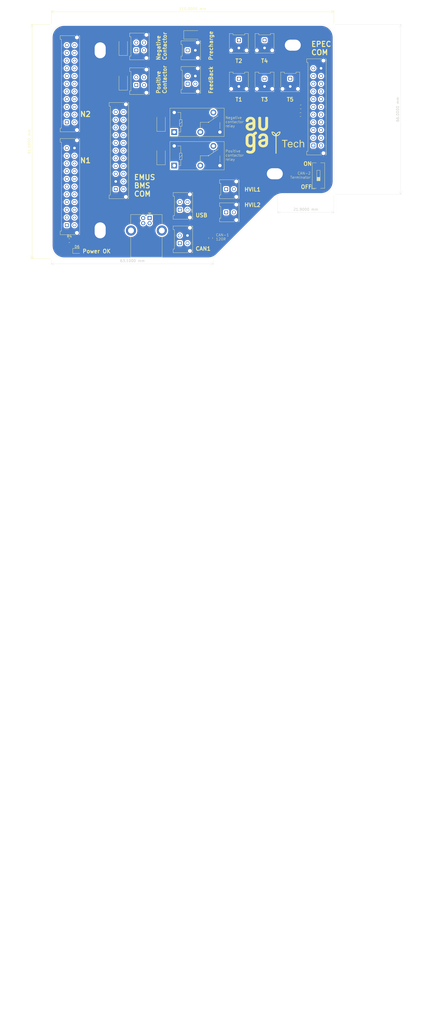
<source format=kicad_pcb>
(kicad_pcb (version 20240108) (generator "pcbnew") (generator_version "8.0")
  (title_block (title "HV battery comunication distribution board") (date "2024-05-22") (rev "A") (company "Darius Vaitiekus") (comment 1 "AUGA Tech"))
  (layers (0 "F.Cu" signal) (31 "B.Cu" signal) (34 "B.Paste" user) (35 "F.Paste" user) (36 "B.SilkS" user "B.Silkscreen") (37 "F.SilkS" user "F.Silkscreen") (38 "B.Mask" user) (39 "F.Mask" user) (44 "Edge.Cuts" user))
  (net 0 "")
  (net 1 "/IGN")
  (net 11 "/Temp_4")
  (net 12 "/POS_CONT")
  (net 13 "/NEG_CONT")
  (net 14 "/CAN_2H")
  (net 15 "/Temp_3")
  (net 16 "/Temp_2")
  (net 17 "/CONT")
  (net 18 "/POS_FB")
  (net 19 "/CAN_2L")
  (net 20 "/CAN_1L")
  (net 21 "+12V")
  (net 22 "/Temp_5")
  (net 23 "/HV_FB")
  (net 24 "/Temp_1")
  (net 25 "/CAN_1H")
  (net 26 "GND")
  (net 27 "/PRECHARGE")
  (net 28 "/NEG_FB")
  (net 34 "/CONT_PWR")
  (net 42 "/HVIL_IN")
  (net 44 "/USB_GND")
  (net 45 "/HVIL_OUT")
  (net 58 "/USB_D-")
  (net 65 "/USB_D+")
  (net 66 "/POS_PWR")
  (net 67 "/FB_IN")
  (net 68 "/NEG_PWR")
  (net 69 "Net-(J7-Pin_19)")
  (net 74 "/USB_POW")
  (net 78 "Net-(J13-Pin_1)")
  (net 79 "Net-(R2-Pad1)")
  (net 82 "Net-(D6-A)")
  (footprint "Connector_Molex:Molex_Micro-Fit_3.0_43045-2212_2x11_P3.00mm_Vertical" (layer "F.Cu") (at 86 93 90)
    (property "Reference" "J6" (hide yes))
    (property "Value" "Data N2")
    (pad "" np_thru_hole circle (at -3 3.94 90) (size 1.02 1.02) (drill 1.02) (layers "*.Cu" "*.Mask"))
    (pad "" np_thru_hole circle (at 33 3.94 90) (size 1.02 1.02) (drill 1.02) (layers "*.Cu" "*.Mask"))
    (pad "1" thru_hole roundrect (at 0 0 90) (size 1.5 1.5) (drill 1.02) (layers "*.Cu" "*.Mask") (roundrect_rratio 0.166667) (net 21 "+12V"))
    (pad "2" thru_hole circle (at 3 0 90) (size 1.5 1.5) (drill 1.02) (layers "*.Cu" "*.Mask") (net 34 "/CONT_PWR"))
    (pad "3" thru_hole circle (at 6 0 90) (size 1.5 1.5) (drill 1.02) (layers "*.Cu" "*.Mask"))
    (pad "4" thru_hole circle (at 9 0 90) (size 1.5 1.5) (drill 1.02) (layers "*.Cu" "*.Mask"))
    (pad "5" thru_hole circle (at 12 0 90) (size 1.5 1.5) (drill 1.02) (layers "*.Cu" "*.Mask"))
    (pad "6" thru_hole circle (at 15 0 90) (size 1.5 1.5) (drill 1.02) (layers "*.Cu" "*.Mask"))
    (pad "7" thru_hole circle (at 18 0 90) (size 1.5 1.5) (drill 1.02) (layers "*.Cu" "*.Mask"))
    (pad "8" thru_hole circle (at 21 0 90) (size 1.5 1.5) (drill 1.02) (layers "*.Cu" "*.Mask"))
    (pad "9" thru_hole circle (at 24 0 90) (size 1.5 1.5) (drill 1.02) (layers "*.Cu" "*.Mask"))
    (pad "10" thru_hole circle (at 27 0 90) (size 1.5 1.5) (drill 1.02) (layers "*.Cu" "*.Mask"))
    (pad "11" thru_hole circle (at 30 0 90) (size 1.5 1.5) (drill 1.02) (layers "*.Cu" "*.Mask"))
    (pad "12" thru_hole circle (at 0 3 90) (size 1.5 1.5) (drill 1.02) (layers "*.Cu" "*.Mask"))
    (pad "13" thru_hole circle (at 3 3 90) (size 1.5 1.5) (drill 1.02) (layers "*.Cu" "*.Mask"))
    (pad "14" thru_hole circle (at 6 3 90) (size 1.5 1.5) (drill 1.02) (layers "*.Cu" "*.Mask"))
    (pad "15" thru_hole circle (at 9 3 90) (size 1.5 1.5) (drill 1.02) (layers "*.Cu" "*.Mask"))
    (pad "16" thru_hole circle (at 12 3 90) (size 1.5 1.5) (drill 1.02) (layers "*.Cu" "*.Mask"))
    (pad "17" thru_hole circle (at 15 3 90) (size 1.5 1.5) (drill 1.02) (layers "*.Cu" "*.Mask"))
    (pad "18" thru_hole circle (at 18 3 90) (size 1.5 1.5) (drill 1.02) (layers "*.Cu" "*.Mask"))
    (pad "19" thru_hole circle (at 21 3 90) (size 1.5 1.5) (drill 1.02) (layers "*.Cu" "*.Mask") (net 42 "/HVIL_IN"))
    (pad "20" thru_hole circle (at 24 3 90) (size 1.5 1.5) (drill 1.02) (layers "*.Cu" "*.Mask") (net 45 "/HVIL_OUT"))
    (pad "21" thru_hole circle (at 27 3 90) (size 1.5 1.5) (drill 1.02) (layers "*.Cu" "*.Mask"))
    (pad "22" thru_hole circle (at 30 3 90) (size 1.5 1.5) (drill 1.02) (layers "*.Cu" "*.Mask"))
  )
  (footprint "0_user_lib:AUGA-Tech-footprint" (layer "F.Cu") (at 167 98)
    (property "Reference" "G1" (hide yes))
    (property "Value" "AUGA-Tech-LOGO" (hide yes))
  )
  (footprint "Resistor_SMD:R_0805_2012Metric" (layer "F.Cu") (at 177.0875 87 180)
    (property "Reference" "R3" (hide yes))
    (property "Value" "10k")
    (pad "1" smd roundrect (at -0.9125 0 180) (size 1.025 1.4) (layers "F.Cu" "F.Paste" "F.Mask") (roundrect_rratio 0.243902) (net 1 "/IGN"))
    (pad "2" smd roundrect (at 0.9125 0 180) (size 1.025 1.4) (layers "F.Cu" "F.Paste" "F.Mask") (roundrect_rratio 0.243902) (net 69 "Net-(J7-Pin_19)"))
  )
  (footprint "Connector_Molex:Molex_Micro-Fit_3.0_43045-0212_2x01_P3.00mm_Vertical" (layer "F.Cu") (at 163 61.08)
    (property "Reference" "J12" (hide yes))
    (property "Value" "T4")
    (pad "" np_thru_hole circle (at -3 3.94) (size 1.02 1.02) (drill 1.02) (layers "*.Cu" "*.Mask"))
    (pad "" np_thru_hole circle (at 3 3.94) (size 1.02 1.02) (drill 1.02) (layers "*.Cu" "*.Mask"))
    (pad "1" thru_hole roundrect (at 0 0) (size 1.5 1.5) (drill 1.02) (layers "*.Cu" "*.Mask") (roundrect_rratio 0.166667) (net 11 "/Temp_4"))
    (pad "2" thru_hole circle (at 0 3) (size 1.5 1.5) (drill 1.02) (layers "*.Cu" "*.Mask") (net 26 "GND"))
  )
  (footprint "Diode_SMD:D_SMA" (layer "F.Cu") (at 107.98 77 90)
    (property "Reference" "D1" (hide yes))
    (property "Value" "1N4007")
    (pad "1" smd roundrect (at -2 0 90) (size 2.5 1.8) (layers "F.Cu" "F.Paste" "F.Mask") (roundrect_rratio 0.1388888889) (net 34 "/CONT_PWR"))
    (pad "2" smd roundrect (at 2 0 90) (size 2.5 1.8) (layers "F.Cu" "F.Paste" "F.Mask") (roundrect_rratio 0.1388888889) (net 66 "/POS_PWR"))
  )
  (footprint "MountingHole:MountingHole_4.3x6.2mm_M4_Pad" (layer "F.Cu") (at 99 65 90)
    (property "Reference" "H2" (hide yes))
    (property "Value" "M4 Mounting hole")
    (pad "1" thru_hole oval (at 0 0 90) (size 10.4 8.6) (drill oval 6.2 4.3) (layers "*.Cu" "*.Mask") (net 26 "GND"))
  )
  (footprint "Resistor_SMD:R_0805_2012Metric" (layer "F.Cu") (at 142 138 -90)
    (property "Reference" "R1" (hide yes))
    (property "Value" "120R")
    (pad "1" smd roundrect (at -0.9125 0 270) (size 1.025 1.4) (layers "F.Cu" "F.Paste" "F.Mask") (roundrect_rratio 0.243902) (net 25 "/CAN_1H"))
    (pad "2" smd roundrect (at 0.9125 0 270) (size 1.025 1.4) (layers "F.Cu" "F.Paste" "F.Mask") (roundrect_rratio 0.243902) (net 20 "/CAN_1L"))
  )
  (footprint "LED_SMD:LED_0805_2012Metric" (layer "F.Cu") (at 90 143)
    (property "Reference" "D6" (at 0 -1.65 0) (layer "F.SilkS"))
    (property "Value" "Power OK")
    (pad "1" smd roundrect (at -0.9375 0) (size 0.975 1.4) (layers "F.Cu" "F.Paste" "F.Mask") (net 26 "GND"))
    (pad "2" smd roundrect (at 0.9375 0) (size 0.975 1.4) (layers "F.Cu" "F.Paste" "F.Mask") (net 82 "Net-(D6-A)"))
  )
  (footprint "Connector_Molex:Molex_Micro-Fit_3.0_43045-2212_2x11_P3.00mm_Vertical" (layer "F.Cu") (at 86 133 90)
    (property "Reference" "J3" (hide yes))
    (property "Value" "Data N1")
    (pad "" np_thru_hole circle (at -3 3.94 90) (size 1.02 1.02) (drill 1.02) (layers "*.Cu" "*.Mask"))
    (pad "" np_thru_hole circle (at 33 3.94 90) (size 1.02 1.02) (drill 1.02) (layers "*.Cu" "*.Mask"))
    (pad "1" thru_hole roundrect (at 0 0 90) (size 1.5 1.5) (drill 1.02) (layers "*.Cu" "*.Mask") (roundrect_rratio 0.166667) (net 21 "+12V"))
    (pad "2" thru_hole circle (at 3 0 90) (size 1.5 1.5) (drill 1.02) (layers "*.Cu" "*.Mask") (net 34 "/CONT_PWR"))
    (pad "3" thru_hole circle (at 6 0 90) (size 1.5 1.5) (drill 1.02) (layers "*.Cu" "*.Mask") (net 25 "/CAN_1H"))
    (pad "4" thru_hole circle (at 9 0 90) (size 1.5 1.5) (drill 1.02) (layers "*.Cu" "*.Mask") (net 20 "/CAN_1L"))
    (pad "5" thru_hole circle (at 12 0 90) (size 1.5 1.5) (drill 1.02) (layers "*.Cu" "*.Mask"))
    (pad "6" thru_hole circle (at 15 0 90) (size 1.5 1.5) (drill 1.02) (layers "*.Cu" "*.Mask") (net 14 "/CAN_2H"))
    (pad "7" thru_hole circle (at 18 0 90) (size 1.5 1.5) (drill 1.02) (layers "*.Cu" "*.Mask") (net 19 "/CAN_2L"))
    (pad "8" thru_hole circle (at 21 0 90) (size 1.5 1.5) (drill 1.02) (layers "*.Cu" "*.Mask"))
    (pad "9" thru_hole circle (at 24 0 90) (size 1.5 1.5) (drill 1.02) (layers "*.Cu" "*.Mask"))
    (pad "10" thru_hole circle (at 27 0 90) (size 1.5 1.5) (drill 1.02) (layers "*.Cu" "*.Mask"))
    (pad "11" thru_hole circle (at 30 0 90) (size 1.5 1.5) (drill 1.02) (layers "*.Cu" "*.Mask"))
    (pad "12" thru_hole circle (at 0 3 90) (size 1.5 1.5) (drill 1.02) (layers "*.Cu" "*.Mask"))
    (pad "13" thru_hole circle (at 3 3 90) (size 1.5 1.5) (drill 1.02) (layers "*.Cu" "*.Mask"))
    (pad "14" thru_hole circle (at 6 3 90) (size 1.5 1.5) (drill 1.02) (layers "*.Cu" "*.Mask"))
    (pad "15" thru_hole circle (at 9 3 90) (size 1.5 1.5) (drill 1.02) (layers "*.Cu" "*.Mask"))
    (pad "16" thru_hole circle (at 12 3 90) (size 1.5 1.5) (drill 1.02) (layers "*.Cu" "*.Mask"))
    (pad "17" thru_hole circle (at 15 3 90) (size 1.5 1.5) (drill 1.02) (layers "*.Cu" "*.Mask"))
    (pad "18" thru_hole circle (at 18 3 90) (size 1.5 1.5) (drill 1.02) (layers "*.Cu" "*.Mask"))
    (pad "19" thru_hole circle (at 21 3 90) (size 1.5 1.5) (drill 1.02) (layers "*.Cu" "*.Mask") (net 42 "/HVIL_IN"))
    (pad "20" thru_hole circle (at 24 3 90) (size 1.5 1.5) (drill 1.02) (layers "*.Cu" "*.Mask") (net 45 "/HVIL_OUT"))
    (pad "21" thru_hole circle (at 27 3 90) (size 1.5 1.5) (drill 1.02) (layers "*.Cu" "*.Mask"))
    (pad "22" thru_hole circle (at 30 3 90) (size 1.5 1.5) (drill 1.02) (layers "*.Cu" "*.Mask") (net 26 "GND"))
  )
  (footprint "Diode_SMD:D_SMA" (layer "F.Cu") (at 135.06 59)
    (property "Reference" "D5" (hide yes))
    (property "Value" "1N4007")
    (pad "1" smd roundrect (at -2 0) (size 2.5 1.8) (layers "F.Cu" "F.Paste" "F.Mask") (roundrect_rratio 0.1388888889) (net 27 "/PRECHARGE"))
    (pad "2" smd roundrect (at 2 0) (size 2.5 1.8) (layers "F.Cu" "F.Paste" "F.Mask") (roundrect_rratio 0.1388888889) (net 26 "GND"))
  )
  (footprint "MountingHole:MountingHole_4.3x6.2mm_M4_Pad" (layer "F.Cu") (at 167 113 180)
    (property "Reference" "H3" (hide yes))
    (property "Value" "M4 Mounting hole")
    (pad "1" thru_hole oval (at 0 0 180) (size 10.4 8.6) (drill oval 6.2 4.3) (layers "*.Cu" "*.Mask") (net 26 "GND"))
  )
  (footprint "Connector_Molex:Molex_Micro-Fit_3.0_43045-0212_2x01_P3.00mm_Vertical" (layer "F.Cu") (at 173 76.06)
    (property "Reference" "J15" (hide yes))
    (property "Value" "T5")
    (pad "" np_thru_hole circle (at -3 3.94) (size 1.02 1.02) (drill 1.02) (layers "*.Cu" "*.Mask"))
    (pad "" np_thru_hole circle (at 3 3.94) (size 1.02 1.02) (drill 1.02) (layers "*.Cu" "*.Mask"))
    (pad "1" thru_hole roundrect (at 0 0) (size 1.5 1.5) (drill 1.02) (layers "*.Cu" "*.Mask") (roundrect_rratio 0.166667) (net 22 "/Temp_5"))
    (pad "2" thru_hole circle (at 0 3) (size 1.5 1.5) (drill 1.02) (layers "*.Cu" "*.Mask") (net 26 "GND"))
  )
  (footprint "Connector_Molex:Molex_Micro-Fit_3.0_43045-0212_2x01_P3.00mm_Vertical" (layer "F.Cu") (at 153 76.06)
    (property "Reference" "J9" (hide yes))
    (property "Value" "T1")
    (pad "" np_thru_hole circle (at -3 3.94) (size 1.02 1.02) (drill 1.02) (layers "*.Cu" "*.Mask"))
    (pad "" np_thru_hole circle (at 3 3.94) (size 1.02 1.02) (drill 1.02) (layers "*.Cu" "*.Mask"))
    (pad "1" thru_hole roundrect (at 0 0) (size 1.5 1.5) (drill 1.02) (layers "*.Cu" "*.Mask") (roundrect_rratio 0.166667) (net 24 "/Temp_1"))
    (pad "2" thru_hole circle (at 0 3) (size 1.5 1.5) (drill 1.02) (layers "*.Cu" "*.Mask") (net 26 "GND"))
  )
  (footprint "MountingHole:MountingHole_4.3x6.2mm_M4_Pad" (layer "F.Cu") (at 99 135 90)
    (property "Reference" "H1" (hide yes))
    (property "Value" "M4 Mounting hole")
    (pad "1" thru_hole oval (at 0 0 90) (size 10.4 8.6) (drill oval 6.2 4.3) (layers "*.Cu" "*.Mask") (net 26 "GND"))
  )
  (footprint "Relay_THT:Relay_SPDT_Omron-G5Q-1" (layer "F.Cu") (at 127.84 96.8)
    (property "Reference" "K2" (hide yes))
    (property "Value" "Relay_SPDT")
    (pad "1" thru_hole rect (at 0 0 180) (size 2.3 2.3) (drill 1.3) (layers "*.Cu" "*.Mask") (net 13 "/NEG_CONT"))
    (pad "2" thru_hole circle (at 10.16 0 180) (size 2.3 2.3) (drill 1.3) (layers "*.Cu" "*.Mask") (net 68 "/NEG_PWR"))
    (pad "3" thru_hole circle (at 17.78 0 180) (size 2.3 2.3) (drill 1.3) (layers "*.Cu" "*.Mask") (net 26 "GND"))
    (pad "4" thru_hole circle (at 15.24 -7.62 180) (size 2.3 2.3) (drill 1.3) (layers "*.Cu" "*.Mask"))
    (pad "5" thru_hole circle (at 0 -7.62 180) (size 2.3 2.3) (drill 1.3) (layers "*.Cu" "*.Mask") (net 26 "GND"))
  )
  (footprint "Connector_Molex:Molex_Micro-Fit_3.0_43045-2212_2x11_P3.00mm_Vertical" (layer "F.Cu") (at 182 102 90)
    (property "Reference" "J2" (hide yes))
    (property "Value" "EPEC_COM")
    (pad "" np_thru_hole circle (at -3 3.94 90) (size 1.02 1.02) (drill 1.02) (layers "*.Cu" "*.Mask"))
    (pad "" np_thru_hole circle (at 33 3.94 90) (size 1.02 1.02) (drill 1.02) (layers "*.Cu" "*.Mask"))
    (pad "1" thru_hole roundrect (at 0 0 90) (size 1.5 1.5) (drill 1.02) (layers "*.Cu" "*.Mask") (roundrect_rratio 0.166667) (net 21 "+12V"))
    (pad "2" thru_hole circle (at 3 0 90) (size 1.5 1.5) (drill 1.02) (layers "*.Cu" "*.Mask") (net 25 "/CAN_1H"))
    (pad "3" thru_hole circle (at 6 0 90) (size 1.5 1.5) (drill 1.02) (layers "*.Cu" "*.Mask") (net 20 "/CAN_1L"))
    (pad "4" thru_hole circle (at 9 0 90) (size 1.5 1.5) (drill 1.02) (layers "*.Cu" "*.Mask") (net 14 "/CAN_2H"))
    (pad "5" thru_hole circle (at 12 0 90) (size 1.5 1.5) (drill 1.02) (layers "*.Cu" "*.Mask") (net 19 "/CAN_2L"))
    (pad "6" thru_hole circle (at 15 0 90) (size 1.5 1.5) (drill 1.02) (layers "*.Cu" "*.Mask") (net 1 "/IGN"))
    (pad "7" thru_hole circle (at 18 0 90) (size 1.5 1.5) (drill 1.02) (layers "*.Cu" "*.Mask") (net 17 "/CONT"))
    (pad "8" thru_hole circle (at 21 0 90) (size 1.5 1.5) (drill 1.02) (layers "*.Cu" "*.Mask") (net 12 "/POS_CONT"))
    (pad "9" thru_hole circle (at 24 0 90) (size 1.5 1.5) (drill 1.02) (layers "*.Cu" "*.Mask") (net 13 "/NEG_CONT"))
    (pad "10" thru_hole circle (at 27 0 90) (size 1.5 1.5) (drill 1.02) (layers "*.Cu" "*.Mask") (net 27 "/PRECHARGE"))
    (pad "11" thru_hole circle (at 30 0 90) (size 1.5 1.5) (drill 1.02) (layers "*.Cu" "*.Mask") (net 18 "/POS_FB"))
    (pad "12" thru_hole circle (at 0 3 90) (size 1.5 1.5) (drill 1.02) (layers "*.Cu" "*.Mask") (net 28 "/NEG_FB"))
    (pad "13" thru_hole circle (at 3 3 90) (size 1.5 1.5) (drill 1.02) (layers "*.Cu" "*.Mask") (net 23 "/HV_FB"))
    (pad "14" thru_hole circle (at 6 3 90) (size 1.5 1.5) (drill 1.02) (layers "*.Cu" "*.Mask"))
    (pad "15" thru_hole circle (at 9 3 90) (size 1.5 1.5) (drill 1.02) (layers "*.Cu" "*.Mask"))
    (pad "16" thru_hole circle (at 12 3 90) (size 1.5 1.5) (drill 1.02) (layers "*.Cu" "*.Mask"))
    (pad "17" thru_hole circle (at 15 3 90) (size 1.5 1.5) (drill 1.02) (layers "*.Cu" "*.Mask") (net 24 "/Temp_1"))
    (pad "18" thru_hole circle (at 18 3 90) (size 1.5 1.5) (drill 1.02) (layers "*.Cu" "*.Mask") (net 16 "/Temp_2"))
    (pad "19" thru_hole circle (at 21 3 90) (size 1.5 1.5) (drill 1.02) (layers "*.Cu" "*.Mask") (net 15 "/Temp_3"))
    (pad "20" thru_hole circle (at 24 3 90) (size 1.5 1.5) (drill 1.02) (layers "*.Cu" "*.Mask") (net 11 "/Temp_4"))
    (pad "21" thru_hole circle (at 27 3 90) (size 1.5 1.5) (drill 1.02) (layers "*.Cu" "*.Mask") (net 22 "/Temp_5"))
    (pad "22" thru_hole circle (at 30 3 90) (size 1.5 1.5) (drill 1.02) (layers "*.Cu" "*.Mask") (net 26 "GND"))
  )
  (footprint "Connector_Molex:Molex_Micro-Fit_3.0_43045-0212_2x01_P3.00mm_Vertical" (layer "F.Cu") (at 148.06 119 90)
    (property "Reference" "J13" (hide yes))
    (property "Value" "HVIL 1")
    (pad "" np_thru_hole circle (at -3 3.94 90) (size 1.02 1.02) (drill 1.02) (layers "*.Cu" "*.Mask"))
    (pad "" np_thru_hole circle (at 3 3.94 90) (size 1.02 1.02) (drill 1.02) (layers "*.Cu" "*.Mask"))
    (pad "1" thru_hole roundrect (at 0 0 90) (size 1.5 1.5) (drill 1.02) (layers "*.Cu" "*.Mask") (roundrect_rratio 0.166667) (net 78 "Net-(J13-Pin_1)"))
    (pad "2" thru_hole circle (at 0 3 90) (size 1.5 1.5) (drill 1.02) (layers "*.Cu" "*.Mask") (net 42 "/HVIL_IN"))
  )
  (footprint "Connector_Molex:Molex_Micro-Fit_3.0_43045-0412_2x02_P3.00mm_Vertical" (layer "F.Cu") (at 130 127 90)
    (property "Reference" "J16" (hide yes))
    (property "Value" "USB")
    (pad "" np_thru_hole circle (at -3 3.94 90) (size 1.02 1.02) (drill 1.02) (layers "*.Cu" "*.Mask"))
    (pad "" np_thru_hole circle (at 6 3.94 90) (size 1.02 1.02) (drill 1.02) (layers "*.Cu" "*.Mask"))
    (pad "1" thru_hole roundrect (at 0 0 90) (size 1.5 1.5) (drill 1.02) (layers "*.Cu" "*.Mask") (roundrect_rratio 0.166667) (net 74 "/USB_POW"))
    (pad "2" thru_hole circle (at 3 0 90) (size 1.5 1.5) (drill 1.02) (layers "*.Cu" "*.Mask") (net 65 "/USB_D+"))
    (pad "3" thru_hole circle (at 0 3 90) (size 1.5 1.5) (drill 1.02) (layers "*.Cu" "*.Mask") (net 58 "/USB_D-"))
    (pad "4" thru_hole circle (at 3 3 90) (size 1.5 1.5) (drill 1.02) (layers "*.Cu" "*.Mask") (net 44 "/USB_GND"))
  )
  (footprint "Resistor_SMD:R_0805_2012Metric" (layer "F.Cu") (at 87 139)
    (property "Reference" "R4" (at 0 -1.65 0) (layer "F.SilkS"))
    (property "Value" "1k5")
    (pad "1" smd roundrect (at -0.9125 0) (size 1.025 1.4) (layers "F.Cu" "F.Paste" "F.Mask") (roundrect_rratio 0.243902) (net 21 "+12V"))
    (pad "2" smd roundrect (at 0.9125 0) (size 1.025 1.4) (layers "F.Cu" "F.Paste" "F.Mask") (roundrect_rratio 0.243902) (net 82 "Net-(D6-A)"))
  )
  (footprint "Connector_Molex:Molex_Micro-Fit_3.0_43045-0212_2x01_P3.00mm_Vertical" (layer "F.Cu") (at 148.06 128 90)
    (property "Reference" "J18" (hide yes))
    (property "Value" "HVIL 2")
    (pad "" np_thru_hole circle (at -3 3.94 90) (size 1.02 1.02) (drill 1.02) (layers "*.Cu" "*.Mask"))
    (pad "" np_thru_hole circle (at 3 3.94 90) (size 1.02 1.02) (drill 1.02) (layers "*.Cu" "*.Mask"))
    (pad "1" thru_hole roundrect (at 0 0 90) (size 1.5 1.5) (drill 1.02) (layers "*.Cu" "*.Mask") (roundrect_rratio 0.166667) (net 78 "Net-(J13-Pin_1)"))
    (pad "2" thru_hole circle (at 0 3 90) (size 1.5 1.5) (drill 1.02) (layers "*.Cu" "*.Mask") (net 45 "/HVIL_OUT"))
  )
  (footprint "Connector_Molex:Molex_Micro-Fit_3.0_43045-0212_2x01_P3.00mm_Vertical" (layer "F.Cu") (at 163 76.06)
    (property "Reference" "J11" (hide yes))
    (property "Value" "T3")
    (pad "" np_thru_hole circle (at -3 3.94) (size 1.02 1.02) (drill 1.02) (layers "*.Cu" "*.Mask"))
    (pad "" np_thru_hole circle (at 3 3.94) (size 1.02 1.02) (drill 1.02) (layers "*.Cu" "*.Mask"))
    (pad "1" thru_hole roundrect (at 0 0) (size 1.5 1.5) (drill 1.02) (layers "*.Cu" "*.Mask") (roundrect_rratio 0.166667) (net 15 "/Temp_3"))
    (pad "2" thru_hole circle (at 0 3) (size 1.5 1.5) (drill 1.02) (layers "*.Cu" "*.Mask") (net 26 "GND"))
  )
  (footprint "Connector_USB:USB_B_Lumberg_2411_02_Horizontal" (layer "F.Cu") (at 118.25 130.2125 -90)
    (property "Reference" "J14" (hide yes))
    (property "Value" "USB_B")
    (pad "1" thru_hole rect (at 0 0) (size 1.6 1.6) (drill 0.95) (layers "*.Cu" "*.Mask") (net 74 "/USB_POW"))
    (pad "2" thru_hole circle (at 0 2.5) (size 1.6 1.6) (drill 0.95) (layers "*.Cu" "*.Mask") (net 58 "/USB_D-"))
    (pad "3" thru_hole circle (at 2 2.5) (size 1.6 1.6) (drill 0.95) (layers "*.Cu" "*.Mask") (net 65 "/USB_D+"))
    (pad "4" thru_hole circle (at 2 0) (size 1.6 1.6) (drill 0.95) (layers "*.Cu" "*.Mask") (net 44 "/USB_GND"))
    (pad "5" thru_hole circle (at 4.86 -4.75) (size 4 4) (drill 2.3) (layers "*.Cu" "*.Mask") (net 44 "/USB_GND"))
    (pad "5" thru_hole circle (at 4.86 7.25) (size 4 4) (drill 2.3) (layers "*.Cu" "*.Mask") (net 44 "/USB_GND"))
  )
  (footprint "Diode_SMD:D_SMA" (layer "F.Cu") (at 107.98 63.5 90)
    (property "Reference" "D3" (hide yes))
    (property "Value" "1N4007")
    (pad "1" smd roundrect (at -2 0 90) (size 2.5 1.8) (layers "F.Cu" "F.Paste" "F.Mask") (roundrect_rratio 0.1388888889) (net 34 "/CONT_PWR"))
    (pad "2" smd roundrect (at 2 0 90) (size 2.5 1.8) (layers "F.Cu" "F.Paste" "F.Mask") (roundrect_rratio 0.1388888889) (net 68 "/NEG_PWR"))
  )
  (footprint "Diode_SMD:D_SMA" (layer "F.Cu") (at 122.715 93 90)
    (property "Reference" "D4" (hide yes))
    (property "Value" "1N4007")
    (pad "1" smd roundrect (at -2 0 90) (size 2.5 1.8) (layers "F.Cu" "F.Paste" "F.Mask") (roundrect_rratio 0.1388888889) (net 13 "/NEG_CONT"))
    (pad "2" smd roundrect (at 2 0 90) (size 2.5 1.8) (layers "F.Cu" "F.Paste" "F.Mask") (roundrect_rratio 0.1388888889) (net 26 "GND"))
  )
  (footprint "Diode_SMD:D_SMA" (layer "F.Cu") (at 122.715 106 90)
    (property "Reference" "D2" (hide yes))
    (property "Value" "1N4007")
    (pad "1" smd roundrect (at -2 0 90) (size 2.5 1.8) (layers "F.Cu" "F.Paste" "F.Mask") (roundrect_rratio 0.1388888889) (net 12 "/POS_CONT"))
    (pad "2" smd roundrect (at 2 0 90) (size 2.5 1.8) (layers "F.Cu" "F.Paste" "F.Mask") (roundrect_rratio 0.1388888889) (net 26 "GND"))
  )
  (footprint "Connector_Molex:Molex_Micro-Fit_3.0_43045-0412_2x02_P3.00mm_Vertical" (layer "F.Cu") (at 113.06 65 90)
    (property "Reference" "J5" (hide yes))
    (property "Value" "Neg Contactor")
    (pad "" np_thru_hole circle (at -3 3.94 90) (size 1.02 1.02) (drill 1.02) (layers "*.Cu" "*.Mask"))
    (pad "" np_thru_hole circle (at 6 3.94 90) (size 1.02 1.02) (drill 1.02) (layers "*.Cu" "*.Mask"))
    (pad "1" thru_hole roundrect (at 0 0 90) (size 1.5 1.5) (drill 1.02) (layers "*.Cu" "*.Mask") (roundrect_rratio 0.166667) (net 34 "/CONT_PWR"))
    (pad "2" thru_hole circle (at 3 0 90) (size 1.5 1.5) (drill 1.02) (layers "*.Cu" "*.Mask") (net 68 "/NEG_PWR"))
    (pad "3" thru_hole circle (at 0 3 90) (size 1.5 1.5) (drill 1.02) (layers "*.Cu" "*.Mask") (net 67 "/FB_IN"))
    (pad "4" thru_hole circle (at 3 3 90) (size 1.5 1.5) (drill 1.02) (layers "*.Cu" "*.Mask") (net 28 "/NEG_FB"))
  )
  (footprint "Button_Switch_SMD:SW_DIP_SPSTx01_Slide_9.78x4.72mm_W8.61mm_P2.54mm" (layer "F.Cu") (at 184 113.695 90)
    (property "Reference" "SW1" (hide yes))
    (property "Value" "SW_DIP_x01")
    (pad "1" smd rect (at -4.305 0 90) (size 2.44 1.12) (layers "F.Cu" "F.Paste" "F.Mask") (net 14 "/CAN_2H"))
    (pad "2" smd rect (at 4.305 0 90) (size 2.44 1.12) (layers "F.Cu" "F.Paste" "F.Mask") (net 79 "Net-(R2-Pad1)"))
  )
  (footprint "MountingHole:MountingHole_4.3x6.2mm_M4_Pad" (layer "F.Cu") (at 174 63 180)
    (property "Reference" "H4" (hide yes))
    (property "Value" "M4 Mounting hole")
    (pad "1" thru_hole oval (at 0 0 180) (size 10.4 8.6) (drill oval 6.2 4.3) (layers "*.Cu" "*.Mask") (net 26 "GND"))
  )
  (footprint "Connector_Molex:Molex_Micro-Fit_3.0_43045-2212_2x11_P3.00mm_Vertical" (layer "F.Cu") (at 105.06 119 90)
    (property "Reference" "J7" (hide yes))
    (property "Value" "EMUS_COM")
    (pad "" np_thru_hole circle (at -3 3.94 90) (size 1.02 1.02) (drill 1.02) (layers "*.Cu" "*.Mask"))
    (pad "" np_thru_hole circle (at 33 3.94 90) (size 1.02 1.02) (drill 1.02) (layers "*.Cu" "*.Mask"))
    (pad "1" thru_hole roundrect (at 0 0 90) (size 1.5 1.5) (drill 1.02) (layers "*.Cu" "*.Mask") (roundrect_rratio 0.166667) (net 21 "+12V"))
    (pad "2" thru_hole circle (at 3 0 90) (size 1.5 1.5) (drill 1.02) (layers "*.Cu" "*.Mask") (net 26 "GND"))
    (pad "3" thru_hole circle (at 6 0 90) (size 1.5 1.5) (drill 1.02) (layers "*.Cu" "*.Mask"))
    (pad "4" thru_hole circle (at 9 0 90) (size 1.5 1.5) (drill 1.02) (layers "*.Cu" "*.Mask"))
    (pad "5" thru_hole circle (at 12 0 90) (size 1.5 1.5) (drill 1.02) (layers "*.Cu" "*.Mask"))
    (pad "6" thru_hole circle (at 15 0 90) (size 1.5 1.5) (drill 1.02) (layers "*.Cu" "*.Mask"))
    (pad "7" thru_hole circle (at 18 0 90) (size 1.5 1.5) (drill 1.02) (layers "*.Cu" "*.Mask") (net 74 "/USB_POW"))
    (pad "8" thru_hole circle (at 21 0 90) (size 1.5 1.5) (drill 1.02) (layers "*.Cu" "*.Mask") (net 44 "/USB_GND"))
    (pad "9" thru_hole circle (at 24 0 90) (size 1.5 1.5) (drill 1.02) (layers "*.Cu" "*.Mask") (net 65 "/USB_D+"))
    (pad "10" thru_hole circle (at 27 0 90) (size 1.5 1.5) (drill 1.02) (layers "*.Cu" "*.Mask") (net 58 "/USB_D-"))
    (pad "11" thru_hole circle (at 30 0 90) (size 1.5 1.5) (drill 1.02) (layers "*.Cu" "*.Mask"))
    (pad "12" thru_hole circle (at 0 3 90) (size 1.5 1.5) (drill 1.02) (layers "*.Cu" "*.Mask"))
    (pad "13" thru_hole circle (at 3 3 90) (size 1.5 1.5) (drill 1.02) (layers "*.Cu" "*.Mask"))
    (pad "14" thru_hole circle (at 6 3 90) (size 1.5 1.5) (drill 1.02) (layers "*.Cu" "*.Mask") (net 17 "/CONT"))
    (pad "15" thru_hole circle (at 9 3 90) (size 1.5 1.5) (drill 1.02) (layers "*.Cu" "*.Mask"))
    (pad "16" thru_hole circle (at 12 3 90) (size 1.5 1.5) (drill 1.02) (layers "*.Cu" "*.Mask"))
    (pad "17" thru_hole circle (at 15 3 90) (size 1.5 1.5) (drill 1.02) (layers "*.Cu" "*.Mask"))
    (pad "18" thru_hole circle (at 18 3 90) (size 1.5 1.5) (drill 1.02) (layers "*.Cu" "*.Mask"))
    (pad "19" thru_hole circle (at 21 3 90) (size 1.5 1.5) (drill 1.02) (layers "*.Cu" "*.Mask") (net 69 "Net-(J7-Pin_19)"))
    (pad "20" thru_hole circle (at 24 3 90) (size 1.5 1.5) (drill 1.02) (layers "*.Cu" "*.Mask"))
    (pad "21" thru_hole circle (at 27 3 90) (size 1.5 1.5) (drill 1.02) (layers "*.Cu" "*.Mask") (net 25 "/CAN_1H"))
    (pad "22" thru_hole circle (at 30 3 90) (size 1.5 1.5) (drill 1.02) (layers "*.Cu" "*.Mask") (net 20 "/CAN_1L"))
  )
  (footprint "Connector_Molex:Molex_Micro-Fit_3.0_43045-0212_2x01_P3.00mm_Vertical" (layer "F.Cu") (at 133.06 65 90)
    (property "Reference" "J17" (hide yes))
    (property "Value" "Pre-Charge")
    (pad "" np_thru_hole circle (at -3 3.94 90) (size 1.02 1.02) (drill 1.02) (layers "*.Cu" "*.Mask"))
    (pad "" np_thru_hole circle (at 3 3.94 90) (size 1.02 1.02) (drill 1.02) (layers "*.Cu" "*.Mask"))
    (pad "1" thru_hole roundrect (at 0 0 90) (size 1.5 1.5) (drill 1.02) (layers "*.Cu" "*.Mask") (roundrect_rratio 0.166667) (net 27 "/PRECHARGE"))
    (pad "2" thru_hole circle (at 0 3 90) (size 1.5 1.5) (drill 1.02) (layers "*.Cu" "*.Mask") (net 26 "GND"))
  )
  (footprint "Connector_Molex:Molex_Micro-Fit_3.0_43045-0212_2x01_P3.00mm_Vertical" (layer "F.Cu") (at 153 61.1)
    (property "Reference" "J10" (hide yes))
    (property "Value" "T2")
    (pad "" np_thru_hole circle (at -3 3.94) (size 1.02 1.02) (drill 1.02) (layers "*.Cu" "*.Mask"))
    (pad "" np_thru_hole circle (at 3 3.94) (size 1.02 1.02) (drill 1.02) (layers "*.Cu" "*.Mask"))
    (pad "1" thru_hole roundrect (at 0 0) (size 1.5 1.5) (drill 1.02) (layers "*.Cu" "*.Mask") (roundrect_rratio 0.166667) (net 16 "/Temp_2"))
    (pad "2" thru_hole circle (at 0 3) (size 1.5 1.5) (drill 1.02) (layers "*.Cu" "*.Mask") (net 26 "GND"))
  )
  (footprint "Connector_Molex:Molex_Micro-Fit_3.0_43045-0412_2x02_P3.00mm_Vertical" (layer "F.Cu") (at 133.06 78 90)
    (property "Reference" "J8" (hide yes))
    (property "Value" "FB")
    (pad "" np_thru_hole circle (at -3 3.94 90) (size 1.02 1.02) (drill 1.02) (layers "*.Cu" "*.Mask"))
    (pad "" np_thru_hole circle (at 6 3.94 90) (size 1.02 1.02) (drill 1.02) (layers "*.Cu" "*.Mask"))
    (pad "1" thru_hole roundrect (at 0 0 90) (size 1.5 1.5) (drill 1.02) (layers "*.Cu" "*.Mask") (roundrect_rratio 0.166667) (net 21 "+12V"))
    (pad "2" thru_hole circle (at 3 0 90) (size 1.5 1.5) (drill 1.02) (layers "*.Cu" "*.Mask") (net 23 "/HV_FB"))
    (pad "3" thru_hole circle (at 0 3 90) (size 1.5 1.5) (drill 1.02) (layers "*.Cu" "*.Mask"))
    (pad "4" thru_hole circle (at 3 3 90) (size 1.5 1.5) (drill 1.02) (layers "*.Cu" "*.Mask") (net 26 "GND"))
  )
  (footprint "Connector_Molex:Molex_Micro-Fit_3.0_43045-0412_2x02_P3.00mm_Vertical" (layer "F.Cu") (at 113.06 78.5 90)
    (property "Reference" "J4" (hide yes))
    (property "Value" "Pos Contactor")
    (pad "" np_thru_hole circle (at -3 3.94 90) (size 1.02 1.02) (drill 1.02) (layers "*.Cu" "*.Mask"))
    (pad "" np_thru_hole circle (at 6 3.94 90) (size 1.02 1.02) (drill 1.02) (layers "*.Cu" "*.Mask"))
    (pad "1" thru_hole roundrect (at 0 0 90) (size 1.5 1.5) (drill 1.02) (layers "*.Cu" "*.Mask") (roundrect_rratio 0.166667) (net 34 "/CONT_PWR"))
    (pad "2" thru_hole circle (at 3 0 90) (size 1.5 1.5) (drill 1.02) (layers "*.Cu" "*.Mask") (net 66 "/POS_PWR"))
    (pad "3" thru_hole circle (at 0 3 90) (size 1.5 1.5) (drill 1.02) (layers "*.Cu" "*.Mask") (net 67 "/FB_IN"))
    (pad "4" thru_hole circle (at 3 3 90) (size 1.5 1.5) (drill 1.02) (layers "*.Cu" "*.Mask") (net 18 "/POS_FB"))
  )
  (footprint "Resistor_SMD:R_0805_2012Metric" (layer "F.Cu") (at 177 90)
    (property "Reference" "R2" (hide yes))
    (property "Value" "120R")
    (pad "1" smd roundrect (at -0.9125 0) (size 1.025 1.4) (layers "F.Cu" "F.Paste" "F.Mask") (roundrect_rratio 0.243902) (net 79 "Net-(R2-Pad1)"))
    (pad "2" smd roundrect (at 0.9125 0) (size 1.025 1.4) (layers "F.Cu" "F.Paste" "F.Mask") (roundrect_rratio 0.243902) (net 19 "/CAN_2L"))
  )
  (footprint "Relay_THT:Relay_SPDT_Omron-G5Q-1" (layer "F.Cu") (at 127.84 109.8)
    (property "Reference" "K1" (hide yes))
    (property "Value" "Relay_SPDT")
    (pad "1" thru_hole rect (at 0 0 180) (size 2.3 2.3) (drill 1.3) (layers "*.Cu" "*.Mask") (net 12 "/POS_CONT"))
    (pad "2" thru_hole circle (at 10.16 0 180) (size 2.3 2.3) (drill 1.3) (layers "*.Cu" "*.Mask") (net 66 "/POS_PWR"))
    (pad "3" thru_hole circle (at 17.78 0 180) (size 2.3 2.3) (drill 1.3) (layers "*.Cu" "*.Mask") (net 26 "GND"))
    (pad "4" thru_hole circle (at 15.24 -7.62 180) (size 2.3 2.3) (drill 1.3) (layers "*.Cu" "*.Mask"))
    (pad "5" thru_hole circle (at 0 -7.62 180) (size 2.3 2.3) (drill 1.3) (layers "*.Cu" "*.Mask") (net 26 "GND"))
  )
  (footprint "Connector_Molex:Molex_Micro-Fit_3.0_43045-0412_2x02_P3.00mm_Vertical" (layer "F.Cu") (at 130 140 90)
    (property "Reference" "J1" (hide yes))
    (property "Value" "CAN1")
    (pad "" np_thru_hole circle (at -3 3.94 90) (size 1.02 1.02) (drill 1.02) (layers "*.Cu" "*.Mask"))
    (pad "" np_thru_hole circle (at 6 3.94 90) (size 1.02 1.02) (drill 1.02) (layers "*.Cu" "*.Mask"))
    (pad "1" thru_hole roundrect (at 0 0 90) (size 1.5 1.5) (drill 1.02) (layers "*.Cu" "*.Mask") (roundrect_rratio 0.166667) (net 21 "+12V"))
    (pad "2" thru_hole circle (at 3 0 90) (size 1.5 1.5) (drill 1.02) (layers "*.Cu" "*.Mask") (net 25 "/CAN_1H"))
    (pad "3" thru_hole circle (at 0 3 90) (size 1.5 1.5) (drill 1.02) (layers "*.Cu" "*.Mask") (net 20 "/CAN_1L"))
    (pad "4" thru_hole circle (at 3 3 90) (size 1.5 1.5) (drill 1.02) (layers "*.Cu" "*.Mask") (net 26 "GND"))
  )
  (gr_line (start 85 55) (end 185 55) (stroke (width 0.05)) (layer "Edge.Cuts"))
  (gr_arc (start 185 55) (mid 188.535534 56.464466) (end 190 60) (stroke (width 0.05)) (layer "Edge.Cuts"))
  (gr_arc (start 144.564466 144.535534) (mid 142.942349 145.619398) (end 141.028932 146) (stroke (width 0.05)) (layer "Edge.Cuts"))
  (gr_arc (start 80 60) (mid 81.464466 56.464466) (end 85 55) (stroke (width 0.05)) (layer "Edge.Cuts"))
  (gr_line (start 144.564466 144.535534) (end 166.635534 122.464466) (stroke (width 0.05)) (layer "Edge.Cuts"))
  (gr_line (start 170.171068 121) (end 185 121) (stroke (width 0.05)) (layer "Edge.Cuts"))
  (gr_arc (start 85 146) (mid 81.464466 144.535534) (end 80 141) (stroke (width 0.05)) (layer "Edge.Cuts"))
  (gr_line (start 85 146) (end 141.028932 146) (stroke (width 0.05)) (layer "Edge.Cuts"))
  (gr_arc (start 166.635534 122.464466) (mid 168.257651 121.380602) (end 170.171068 121) (stroke (width 0.05)) (layer "Edge.Cuts"))
  (gr_line (start 80 60) (end 80 141) (stroke (width 0.05)) (layer "Edge.Cuts"))
  (gr_arc (start 190 116) (mid 188.535534 119.535534) (end 185 121) (stroke (width 0.05)) (layer "Edge.Cuts"))
  (gr_line (start 190 60) (end 190 116) (stroke (width 0.05)) (layer "Edge.Cuts"))
  (gr_text "T2" (at 151.5 70 0) (layer "F.SilkS") (effects (font (size 1.5 1.5) (thickness 0.3) (bold yes)) (justify left bottom)))
  (gr_text "CAN1" (at 136 143 0) (layer "F.SilkS") (effects (font (size 1.5 1.5) (thickness 0.3) (bold yes)) (justify left bottom)))
  (gr_text "OFF" (at 177 119 0) (layer "F.SilkS") (effects (font (size 1.5 1.5) (thickness 0.3) (bold yes)) (justify left bottom)))
  (gr_text "N2" (at 91 91 0) (layer "F.SilkS") (effects (font (size 2 2) (thickness 0.4) (bold yes)) (justify left bottom)))
  (gr_text "CAN-1" (at 130 128 0) (layer "F.SilkS") (effects (font (size 1 1) (thickness 0.1)) (justify left bottom)))
  (gr_text "N1" (at 91 109 0) (layer "F.SilkS") (effects (font (size 2 2) (thickness 0.4) (bold yes)) (justify left bottom)))
  (gr_text "USB" (at 136 130 0) (layer "F.SilkS") (effects (font (size 1.5 1.5) (thickness 0.3) (bold yes)) (justify left bottom)))
  (gr_text "Negative\nContactor" (at 125 69 90) (layer "F.SilkS") (effects (font (size 1.5 1.5) (thickness 0.3) (bold yes)) (justify left bottom)))
  (gr_text "T4" (at 161.5 70 0) (layer "F.SilkS") (effects (font (size 1.5 1.5) (thickness 0.3) (bold yes)) (justify left bottom)))
  (gr_text "Power OK" (at 92 144 0) (layer "F.SilkS") (effects (font (size 1.5 1.5) (thickness 0.3) (bold yes)) (justify left bottom)))
  (gr_text "CAN-2\nTerminator" (at 181 115 0) (layer "F.SilkS") (effects (font (size 1 1) (thickness 0.1)) (justify right bottom)))
  (gr_text "CAN-1\n120R" (at 144 139 0) (layer "F.SilkS") (effects (font (size 1 1) (thickness 0.1)) (justify left bottom)))
  (gr_text "Positive\nContactor" (at 125 82 90) (layer "F.SilkS") (effects (font (size 1.5 1.5) (thickness 0.3) (bold yes)) (justify left bottom)))
  (gr_text "ON" (at 178 110 0) (layer "F.SilkS") (effects (font (size 1.5 1.5) (thickness 0.3) (bold yes)) (justify left bottom)))
  (gr_text "Positive\ncontactor\nrelay" (at 147.715 108 0) (layer "F.SilkS") (effects (font (size 1 1) (thickness 0.1)) (justify left bottom)))
  (gr_text "FeedBack" (at 143 82 90) (layer "F.SilkS") (effects (font (size 1.5 1.5) (thickness 0.3) (bold yes)) (justify left bottom)))
  (gr_text "Precharge" (at 143 69 90) (layer "F.SilkS") (effects (font (size 1.5 1.5) (thickness 0.3) (bold yes)) (justify left bottom)))
  (gr_text "T3" (at 161.5 85 0) (layer "F.SilkS") (effects (font (size 1.5 1.5) (thickness 0.3) (bold yes)) (justify left bottom)))
  (gr_text "T5" (at 171.5 85 0) (layer "F.SilkS") (effects (font (size 1.5 1.5) (thickness 0.3) (bold yes)) (justify left bottom)))
  (gr_text "Negative\ncontactor\nrelay" (at 147.715 95 0) (layer "F.SilkS") (effects (font (size 1 1) (thickness 0.1)) (justify left bottom)))
  (gr_text "HVIL2" (at 155 126 0) (layer "F.SilkS") (effects (font (size 1.5 1.5) (thickness 0.3) (bold yes)) (justify left bottom)))
  (gr_text "EMUS\nBMS\nCOM" (at 112 122 0) (layer "F.SilkS") (effects (font (size 2 2) (thickness 0.4) (bold yes)) (justify left bottom)))
  (gr_text "T1" (at 151.5 85 0) (layer "F.SilkS") (effects (font (size 1.5 1.5) (thickness 0.3) (bold yes)) (justify left bottom)))
  (gr_text "HVIL1" (at 155 120 0) (layer "F.SilkS") (effects (font (size 1.5 1.5) (thickness 0.3) (bold yes)) (justify left bottom)))
  (gr_text "EPEC\nCOM" (at 181 67 0) (layer "F.SilkS") (effects (font (size 2 2) (thickness 0.4) (bold yes)) (justify left bottom)))
  (dimension (type aligned) (layer "F.SilkS") (pts (xy 80 55) (xy 190 55)) (height -5) (gr_text "110.0000 mm" (at 135 48.9 0) (layer "F.SilkS") (effects (font (size 1 1) (thickness 0.1)))) (format (prefix "") (suffix "") (units 3) (units_format 1) (precision 4)) (style (thickness 0.1) (arrow_length 1.27) (text_position_mode 0) (extension_height 0.58642) (extension_offset 0.5) keep_text_aligned))
  (dimension (type aligned) (layer "F.SilkS") (pts (xy 80 146) (xy 80 55)) (height -7.5) (gr_text "91.0000 mm" (at 71.4 100.5 90) (layer "F.SilkS") (effects (font (size 1 1) (thickness 0.1)))) (format (prefix "") (suffix "") (units 3) (units_format 1) (precision 4)) (style (thickness 0.1) (arrow_length 1.27) (text_position_mode 0) (extension_height 0.58642) (extension_offset 0.5) keep_text_aligned))
  (dimension (type aligned) (layer "Edge.Cuts") (pts (xy 190 55) (xy 190 121)) (height -26) (gr_text "66.0000 mm" (at 214.85 88 90) (layer "Edge.Cuts") (effects (font (size 1 1) (thickness 0.15)))) (format (prefix "") (suffix "") (units 3) (units_format 1) (precision 4)) (style (thickness 0.05) (arrow_length 1.27) (text_position_mode 0) (extension_height 0.58642) (extension_offset 0.5) keep_text_aligned))
  (dimension (type aligned) (layer "Edge.Cuts") (pts (xy 143.1 146) (xy 80 146)) (height -2) (gr_text "63.1000 mm" (at 111.55 146.85 0) (layer "Edge.Cuts") (effects (font (size 1 1) (thickness 0.15)))) (format (prefix "") (suffix "") (units 3) (units_format 1) (precision 4)) (style (thickness 0.05) (arrow_length 1.27) (text_position_mode 0) (extension_height 0.58642) (extension_offset 0.5) keep_text_aligned))
  (dimension (type aligned) (layer "Edge.Cuts") (pts (xy 190 121) (xy 168.1 121)) (height -7) (gr_text "21.9000 mm" (at 179.05 126.85 0) (layer "Edge.Cuts") (effects (font (size 1 1) (thickness 0.15)))) (format (prefix "") (suffix "") (units 3) (units_format 1) (precision 4)) (style (thickness 0.05) (arrow_length 1.27) (text_position_mode 0) (extension_height 0.58642) (extension_offset 0.5) keep_text_aligned))
  (zone (net 26) (net_name "GND") (layers "F&B.Cu") (priority 1) (connect_pads yes (clearance 0.5)) (min_thickness 0.25) (fill yes (thermal_gap 0.5) (thermal_bridge_width 0.5))
    (polygon (pts (xy 59.996709 150.443806) (xy 59.996709 45.443806) (xy 228.996709 45.443806) (xy 228.996709 149.443806)))
  )
)
</source>
